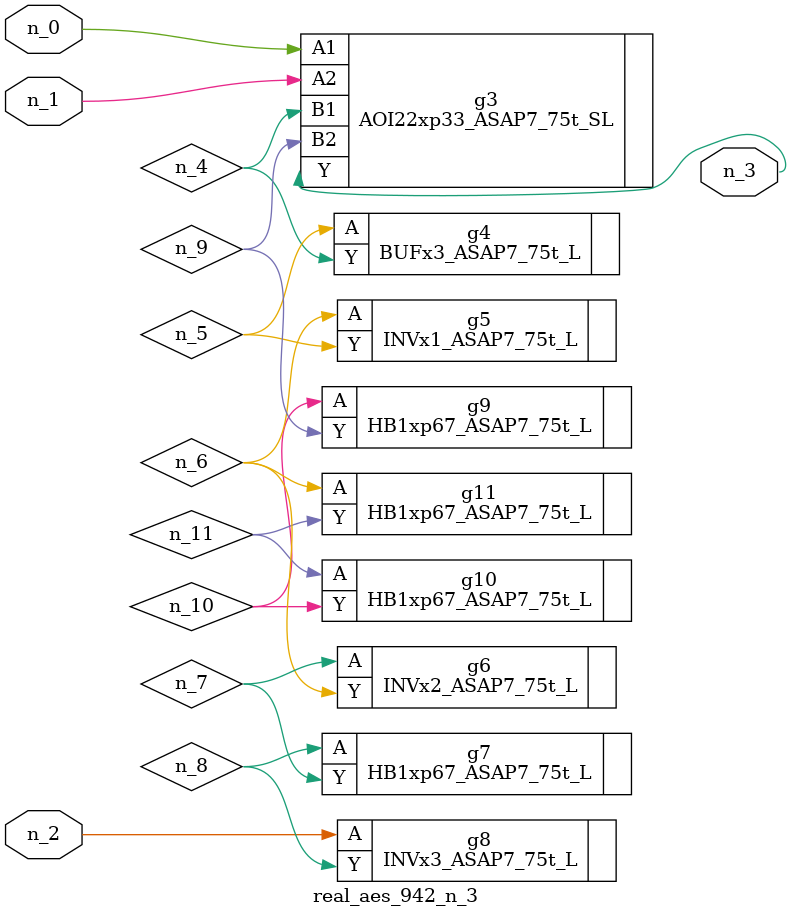
<source format=v>
module real_aes_942_n_3 (n_0, n_2, n_1, n_3);
input n_0;
input n_2;
input n_1;
output n_3;
wire n_4;
wire n_5;
wire n_7;
wire n_9;
wire n_6;
wire n_8;
wire n_10;
wire n_11;
AOI22xp33_ASAP7_75t_SL g3 ( .A1(n_0), .A2(n_1), .B1(n_4), .B2(n_9), .Y(n_3) );
INVx3_ASAP7_75t_L g8 ( .A(n_2), .Y(n_8) );
BUFx3_ASAP7_75t_L g4 ( .A(n_5), .Y(n_4) );
INVx1_ASAP7_75t_L g5 ( .A(n_6), .Y(n_5) );
HB1xp67_ASAP7_75t_L g11 ( .A(n_6), .Y(n_11) );
INVx2_ASAP7_75t_L g6 ( .A(n_7), .Y(n_6) );
HB1xp67_ASAP7_75t_L g7 ( .A(n_8), .Y(n_7) );
HB1xp67_ASAP7_75t_L g9 ( .A(n_10), .Y(n_9) );
HB1xp67_ASAP7_75t_L g10 ( .A(n_11), .Y(n_10) );
endmodule
</source>
